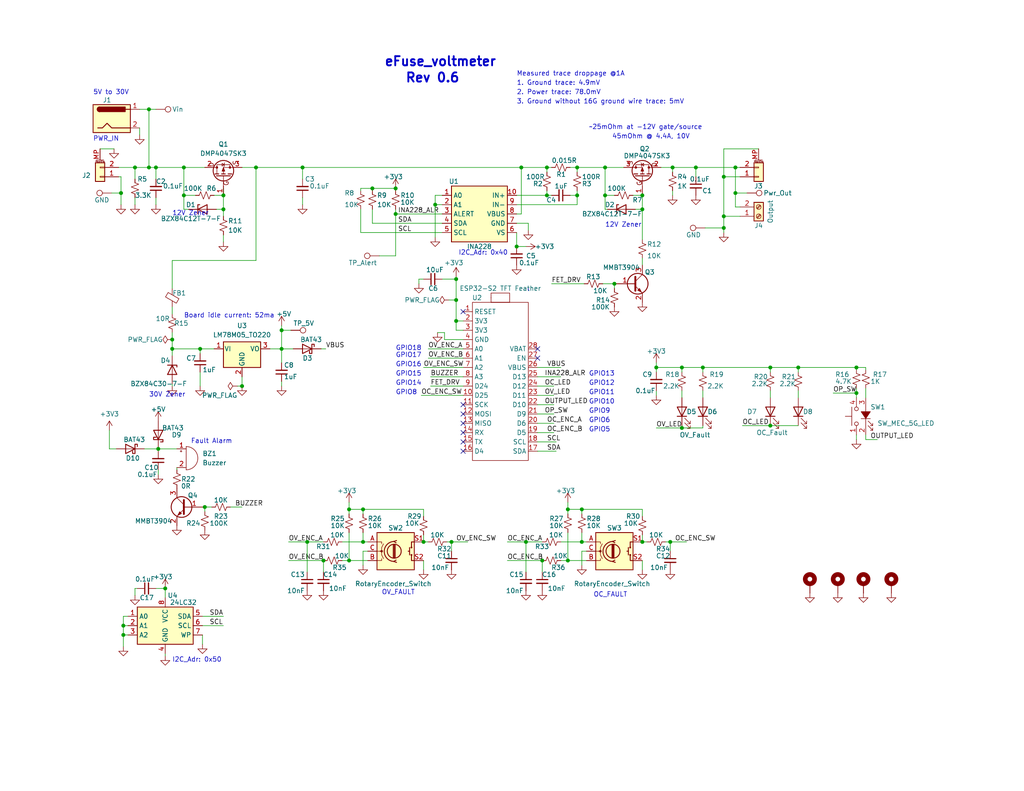
<source format=kicad_sch>
(kicad_sch (version 20230121) (generator eeschema)
  (paper "USLetter")
  (title_block (title "eFuse_voltmeter") (date "2024-01-10") (rev "0.6") (company "Jerry O'Keefe"))
  (junction (at 83.82 147.955))
  (junction (at 33.02 52.705))
  (junction (at 45.085 160.655))
  (junction (at 158.75 147.955))
  (junction (at 165.1 45.72))
  (junction (at 40.64 45.72))
  (junction (at 175.26 57.15))
  (junction (at 33.655 170.815))
  (junction (at 200.66 52.705))
  (junction (at 157.48 53.34))
  (junction (at 149.225 45.72))
  (junction (at 95.25 139.065))
  (junction (at 154.94 153.035))
  (junction (at 115.57 147.955))
  (junction (at 233.68 107.315))
  (junction (at 50.165 53.34))
  (junction (at 197.485 48.26))
  (junction (at 147.955 153.035))
  (junction (at 210.185 100.33))
  (junction (at 101.6 51.435))
  (junction (at 179.07 100.33))
  (junction (at 124.46 76.2))
  (junction (at 175.26 147.955))
  (junction (at 186.055 116.84))
  (junction (at 210.185 116.205))
  (junction (at 217.805 100.33))
  (junction (at 157.48 45.72))
  (junction (at 175.26 53.34))
  (junction (at 46.99 95.25))
  (junction (at 82.55 45.72))
  (junction (at 124.46 81.915))
  (junction (at 123.19 147.955))
  (junction (at 76.835 95.25))
  (junction (at 143.51 147.955))
  (junction (at 149.225 53.34))
  (junction (at 76.835 90.17))
  (junction (at 189.865 45.72))
  (junction (at 46.99 92.71))
  (junction (at 186.055 100.33))
  (junction (at 140.97 67.31))
  (junction (at 197.485 59.055))
  (junction (at 191.77 100.33))
  (junction (at 197.485 62.23))
  (junction (at 154.94 139.065))
  (junction (at 50.165 45.72))
  (junction (at 167.64 77.47))
  (junction (at 165.1 53.34))
  (junction (at 66.04 105.41))
  (junction (at 33.655 173.355))
  (junction (at 36.83 45.72))
  (junction (at 200.66 45.72))
  (junction (at 142.24 45.72))
  (junction (at 182.88 147.955))
  (junction (at 42.545 45.72))
  (junction (at 183.515 45.72))
  (junction (at 158.75 139.065))
  (junction (at 60.96 57.15))
  (junction (at 55.88 138.43))
  (junction (at 69.85 45.72))
  (junction (at 124.46 87.63))
  (junction (at 99.06 147.955))
  (junction (at 88.265 153.035))
  (junction (at 95.25 153.035))
  (junction (at 43.18 122.555))
  (junction (at 107.95 58.42))
  (junction (at 233.68 100.33))
  (junction (at 107.95 51.435))
  (junction (at 118.745 55.88))
  (junction (at 54.61 95.25))
  (junction (at 40.64 29.845))
  (junction (at 60.96 53.34))
  (junction (at 99.06 139.065))
  (no_connect (at 126.365 120.65))
  (no_connect (at 126.365 123.19))
  (no_connect (at 146.685 95.25))
  (no_connect (at 126.365 110.49))
  (no_connect (at 126.365 118.11))
  (no_connect (at 126.365 115.57))
  (no_connect (at 126.365 85.09))
  (no_connect (at 126.365 113.03))
  (no_connect (at 146.685 97.79))
  (wire (pts (xy 124.46 90.17) (xy 124.46 87.63)))
  (wire (pts (xy 179.07 100.33) (xy 186.055 100.33)))
  (wire (pts (xy 124.46 76.2) (xy 124.46 81.915)))
  (wire (pts (xy 95.25 145.415) (xy 95.25 153.035)))
  (wire (pts (xy 165.735 57.15) (xy 165.1 57.15)))
  (wire (pts (xy 36.83 160.655) (xy 36.83 162.56)))
  (wire (pts (xy 73.66 95.25) (xy 76.835 95.25)))
  (wire (pts (xy 182.88 147.955) (xy 187.325 147.955)))
  (wire (pts (xy 55.245 168.275) (xy 60.96 168.275)))
  (wire (pts (xy 120.65 76.2) (xy 124.46 76.2)))
  (wire (pts (xy 138.43 153.035) (xy 147.955 153.035)))
  (wire (pts (xy 233.68 100.33) (xy 233.68 100.965)))
  (wire (pts (xy 140.97 55.88) (xy 157.48 55.88)))
  (wire (pts (xy 175.26 70.485) (xy 175.26 72.39)))
  (wire (pts (xy 82.55 45.72) (xy 142.24 45.72)))
  (wire (pts (xy 123.19 147.955) (xy 127.635 147.955)))
  (wire (pts (xy 42.545 160.655) (xy 45.085 160.655)))
  (wire (pts (xy 39.37 122.555) (xy 43.18 122.555)))
  (wire (pts (xy 140.97 60.96) (xy 144.145 60.96)))
  (wire (pts (xy 27.305 40.64) (xy 31.115 40.64)))
  (wire (pts (xy 46.99 71.12) (xy 46.99 78.74)))
  (wire (pts (xy 32.385 48.26) (xy 33.02 48.26)))
  (wire (pts (xy 115.57 139.065) (xy 115.57 140.97)))
  (wire (pts (xy 155.575 45.72) (xy 157.48 45.72)))
  (wire (pts (xy 186.055 116.84) (xy 179.07 116.84)))
  (wire (pts (xy 36.83 45.72) (xy 36.83 48.895)))
  (polyline (pts (xy 144.145 78.74) (xy 144.145 79.375)))
  (wire (pts (xy 143.51 147.955) (xy 147.955 147.955)))
  (wire (pts (xy 146.685 102.87) (xy 153.035 102.87)))
  (wire (pts (xy 124.46 75.565) (xy 124.46 76.2)))
  (wire (pts (xy 191.77 100.33) (xy 210.185 100.33)))
  (wire (pts (xy 197.485 48.26) (xy 197.485 59.055)))
  (wire (pts (xy 153.035 153.035) (xy 154.94 153.035)))
  (wire (pts (xy 197.485 59.055) (xy 201.93 59.055)))
  (wire (pts (xy 153.035 147.955) (xy 158.75 147.955)))
  (wire (pts (xy 175.26 146.05) (xy 175.26 147.955)))
  (wire (pts (xy 207.01 40.64) (xy 197.485 40.64)))
  (wire (pts (xy 46.99 90.805) (xy 46.99 92.71)))
  (wire (pts (xy 40.64 45.72) (xy 36.83 45.72)))
  (wire (pts (xy 142.24 45.72) (xy 149.225 45.72)))
  (wire (pts (xy 126.365 102.87) (xy 117.475 102.87)))
  (wire (pts (xy 165.1 57.15) (xy 165.1 53.34)))
  (wire (pts (xy 149.225 45.72) (xy 149.225 46.99)))
  (wire (pts (xy 236.22 100.33) (xy 233.68 100.33)))
  (wire (pts (xy 48.26 127.635) (xy 48.26 128.27)))
  (wire (pts (xy 182.88 147.955) (xy 182.88 150.495)))
  (wire (pts (xy 33.655 168.275) (xy 33.655 170.815)))
  (wire (pts (xy 42.545 45.72) (xy 40.64 45.72)))
  (wire (pts (xy 60.96 64.135) (xy 60.96 66.04)))
  (wire (pts (xy 37.465 160.655) (xy 36.83 160.655)))
  (wire (pts (xy 76.835 90.17) (xy 76.835 95.25)))
  (wire (pts (xy 158.75 150.495) (xy 158.75 154.305)))
  (wire (pts (xy 88.265 153.035) (xy 88.265 156.21)))
  (wire (pts (xy 40.64 29.845) (xy 42.545 29.845)))
  (wire (pts (xy 83.82 156.21) (xy 83.82 147.955)))
  (wire (pts (xy 158.75 147.955) (xy 160.02 147.955)))
  (wire (pts (xy 180.34 45.72) (xy 183.515 45.72)))
  (wire (pts (xy 165.1 45.72) (xy 170.18 45.72)))
  (wire (pts (xy 115.57 76.2) (xy 114.3 76.2)))
  (wire (pts (xy 66.04 45.72) (xy 69.85 45.72)))
  (wire (pts (xy 43.18 122.555) (xy 43.18 123.19)))
  (wire (pts (xy 191.77 108.585) (xy 191.77 106.68)))
  (wire (pts (xy 175.26 53.34) (xy 175.26 57.15)))
  (wire (pts (xy 46.99 105.41) (xy 46.99 104.775)))
  (wire (pts (xy 154.94 139.065) (xy 154.94 140.335)))
  (wire (pts (xy 210.185 108.585) (xy 210.185 106.68)))
  (wire (pts (xy 101.6 60.96) (xy 101.6 57.15)))
  (wire (pts (xy 146.685 105.41) (xy 151.13 105.41)))
  (wire (pts (xy 99.06 145.415) (xy 99.06 147.955)))
  (wire (pts (xy 120.65 53.34) (xy 118.745 53.34)))
  (wire (pts (xy 59.055 57.15) (xy 60.96 57.15)))
  (wire (pts (xy 143.51 156.21) (xy 143.51 147.955)))
  (wire (pts (xy 29.845 122.555) (xy 29.845 117.475)))
  (wire (pts (xy 154.94 145.415) (xy 154.94 153.035)))
  (wire (pts (xy 200.66 56.515) (xy 201.93 56.515)))
  (wire (pts (xy 40.64 29.845) (xy 40.64 45.72)))
  (wire (pts (xy 202.565 116.205) (xy 210.185 116.205)))
  (wire (pts (xy 150.495 45.72) (xy 149.225 45.72)))
  (wire (pts (xy 181.61 147.955) (xy 182.88 147.955)))
  (wire (pts (xy 98.425 63.5) (xy 120.65 63.5)))
  (wire (pts (xy 123.19 147.955) (xy 123.19 150.495)))
  (wire (pts (xy 140.97 53.34) (xy 149.225 53.34)))
  (wire (pts (xy 119.38 90.805) (xy 121.285 90.805)))
  (wire (pts (xy 76.835 104.14) (xy 76.835 105.41)))
  (wire (pts (xy 200.66 52.705) (xy 200.66 56.515)))
  (wire (pts (xy 107.95 51.435) (xy 107.95 52.07)))
  (wire (pts (xy 42.545 55.88) (xy 42.545 53.975)))
  (wire (pts (xy 69.85 45.72) (xy 82.55 45.72)))
  (wire (pts (xy 157.48 45.72) (xy 165.1 45.72)))
  (wire (pts (xy 78.74 147.955) (xy 83.82 147.955)))
  (wire (pts (xy 95.25 137.16) (xy 95.25 139.065)))
  (wire (pts (xy 55.88 138.43) (xy 55.88 139.7)))
  (wire (pts (xy 233.68 120.015) (xy 233.68 118.745)))
  (wire (pts (xy 58.42 53.34) (xy 60.96 53.34)))
  (wire (pts (xy 146.685 110.49) (xy 151.13 110.49)))
  (wire (pts (xy 66.04 102.87) (xy 66.04 105.41)))
  (wire (pts (xy 45.085 178.435) (xy 45.085 179.07)))
  (wire (pts (xy 60.96 57.15) (xy 60.96 59.055)))
  (wire (pts (xy 55.88 138.43) (xy 57.785 138.43)))
  (wire (pts (xy 46.99 83.82) (xy 46.99 85.725)))
  (wire (pts (xy 107.95 58.42) (xy 120.65 58.42)))
  (wire (pts (xy 138.43 147.955) (xy 143.51 147.955)))
  (wire (pts (xy 183.515 52.07) (xy 183.515 53.34)))
  (wire (pts (xy 160.02 150.495) (xy 158.75 150.495)))
  (wire (pts (xy 93.345 147.955) (xy 99.06 147.955)))
  (wire (pts (xy 236.22 106.045) (xy 236.22 108.585)))
  (wire (pts (xy 116.84 97.79) (xy 126.365 97.79)))
  (wire (pts (xy 34.925 168.275) (xy 33.655 168.275)))
  (wire (pts (xy 115.57 146.05) (xy 115.57 147.955)))
  (wire (pts (xy 98.425 51.435) (xy 98.425 52.07)))
  (wire (pts (xy 121.285 90.805) (xy 121.285 92.71)))
  (wire (pts (xy 101.6 60.96) (xy 120.65 60.96)))
  (wire (pts (xy 175.26 57.15) (xy 175.26 65.405)))
  (wire (pts (xy 54.61 95.25) (xy 54.61 96.52)))
  (wire (pts (xy 50.165 45.72) (xy 55.88 45.72)))
  (wire (pts (xy 121.92 147.955) (xy 123.19 147.955)))
  (wire (pts (xy 175.26 139.065) (xy 175.26 140.97)))
  (wire (pts (xy 183.515 45.72) (xy 189.865 45.72)))
  (wire (pts (xy 142.24 58.42) (xy 142.24 45.72)))
  (wire (pts (xy 99.06 150.495) (xy 99.06 154.305)))
  (wire (pts (xy 167.64 77.47) (xy 164.465 77.47)))
  (wire (pts (xy 236.22 118.745) (xy 236.22 120.015)))
  (wire (pts (xy 157.48 53.34) (xy 155.575 53.34)))
  (wire (pts (xy 124.46 81.915) (xy 124.46 87.63)))
  (wire (pts (xy 55.245 170.815) (xy 60.96 170.815)))
  (wire (pts (xy 30.48 52.705) (xy 33.02 52.705)))
  (wire (pts (xy 103.505 69.85) (xy 107.95 69.85)))
  (wire (pts (xy 33.655 170.815) (xy 33.655 173.355)))
  (wire (pts (xy 82.55 45.72) (xy 82.55 48.895)))
  (wire (pts (xy 99.06 147.955) (xy 100.33 147.955)))
  (wire (pts (xy 186.055 100.33) (xy 186.055 101.6)))
  (wire (pts (xy 191.77 116.205) (xy 191.77 116.84)))
  (wire (pts (xy 217.805 100.33) (xy 217.805 101.6)))
  (wire (pts (xy 200.66 45.72) (xy 201.93 45.72)))
  (wire (pts (xy 236.22 120.015) (xy 239.395 120.015)))
  (wire (pts (xy 117.475 105.41) (xy 126.365 105.41)))
  (wire (pts (xy 227.33 107.315) (xy 233.68 107.315)))
  (wire (pts (xy 149.225 53.34) (xy 149.225 52.07)))
  (wire (pts (xy 76.835 95.25) (xy 80.01 95.25)))
  (wire (pts (xy 146.685 120.65) (xy 151.765 120.65)))
  (wire (pts (xy 210.185 100.33) (xy 217.805 100.33)))
  (wire (pts (xy 46.99 95.25) (xy 46.99 97.155)))
  (wire (pts (xy 189.865 45.72) (xy 189.865 48.26)))
  (wire (pts (xy 157.48 45.72) (xy 157.48 46.99)))
  (wire (pts (xy 146.685 107.95) (xy 151.13 107.95)))
  (wire (pts (xy 192.405 62.23) (xy 197.485 62.23)))
  (wire (pts (xy 118.745 55.88) (xy 120.65 55.88)))
  (wire (pts (xy 158.75 139.065) (xy 175.26 139.065)))
  (wire (pts (xy 46.99 92.71) (xy 46.99 95.25)))
  (wire (pts (xy 140.97 58.42) (xy 142.24 58.42)))
  (wire (pts (xy 154.94 153.035) (xy 160.02 153.035)))
  (wire (pts (xy 31.75 122.555) (xy 29.845 122.555)))
  (wire (pts (xy 186.055 100.33) (xy 191.77 100.33)))
  (wire (pts (xy 107.95 58.42) (xy 107.95 57.15)))
  (wire (pts (xy 42.545 45.72) (xy 50.165 45.72)))
  (wire (pts (xy 183.515 45.72) (xy 183.515 46.99)))
  (wire (pts (xy 200.66 45.72) (xy 200.66 52.705)))
  (wire (pts (xy 69.85 71.12) (xy 46.99 71.12)))
  (wire (pts (xy 62.865 138.43) (xy 66.04 138.43)))
  (wire (pts (xy 165.1 53.34) (xy 167.64 53.34)))
  (wire (pts (xy 179.07 99.06) (xy 179.07 100.33)))
  (wire (pts (xy 173.355 57.15) (xy 175.26 57.15)))
  (wire (pts (xy 175.26 153.035) (xy 175.26 155.575)))
  (wire (pts (xy 146.685 100.33) (xy 153.035 100.33)))
  (wire (pts (xy 60.96 53.34) (xy 60.96 57.15)))
  (wire (pts (xy 82.55 55.88) (xy 82.55 53.975)))
  (wire (pts (xy 116.84 95.25) (xy 126.365 95.25)))
  (wire (pts (xy 60.96 51.435) (xy 60.96 53.34)))
  (wire (pts (xy 236.22 100.33) (xy 236.22 100.965)))
  (wire (pts (xy 154.94 137.16) (xy 154.94 139.065)))
  (wire (pts (xy 43.18 122.555) (xy 48.26 122.555)))
  (wire (pts (xy 54.61 101.6) (xy 54.61 105.41)))
  (wire (pts (xy 38.1 34.925) (xy 38.1 36.83)))
  (wire (pts (xy 50.165 53.34) (xy 53.34 53.34)))
  (wire (pts (xy 33.02 48.26) (xy 33.02 52.705)))
  (wire (pts (xy 146.685 123.19) (xy 151.765 123.19)))
  (wire (pts (xy 107.95 58.42) (xy 107.95 69.85)))
  (wire (pts (xy 99.06 140.335) (xy 99.06 139.065)))
  (wire (pts (xy 51.435 57.15) (xy 50.165 57.15)))
  (wire (pts (xy 122.555 81.915) (xy 124.46 81.915)))
  (wire (pts (xy 87.63 95.25) (xy 88.9 95.25)))
  (wire (pts (xy 197.485 40.64) (xy 197.485 48.26)))
  (wire (pts (xy 50.165 57.15) (xy 50.165 53.34)))
  (wire (pts (xy 95.25 153.035) (xy 100.33 153.035)))
  (wire (pts (xy 121.285 92.71) (xy 126.365 92.71)))
  (wire (pts (xy 33.02 52.705) (xy 33.02 55.88)))
  (wire (pts (xy 179.07 106.68) (xy 179.07 107.95)))
  (wire (pts (xy 175.26 147.955) (xy 176.53 147.955)))
  (wire (pts (xy 76.835 90.17) (xy 79.375 90.17)))
  (wire (pts (xy 217.805 100.33) (xy 233.68 100.33)))
  (wire (pts (xy 165.1 45.72) (xy 165.1 53.34)))
  (wire (pts (xy 210.185 100.33) (xy 210.185 101.6)))
  (wire (pts (xy 197.485 62.23) (xy 197.485 63.5)))
  (wire (pts (xy 33.655 170.815) (xy 34.925 170.815)))
  (wire (pts (xy 40.64 29.845) (xy 38.1 29.845)))
  (wire (pts (xy 172.72 53.34) (xy 175.26 53.34)))
  (wire (pts (xy 146.685 118.11) (xy 151.13 118.11)))
  (wire (pts (xy 118.745 55.88) (xy 118.745 64.77)))
  (wire (pts (xy 64.77 105.41) (xy 66.04 105.41)))
  (wire (pts (xy 115.57 153.035) (xy 115.57 155.575)))
  (wire (pts (xy 167.64 77.47) (xy 167.64 78.74)))
  (wire (pts (xy 45.085 160.655) (xy 45.085 163.195)))
  (wire (pts (xy 69.85 45.72) (xy 69.85 71.12)))
  (wire (pts (xy 157.48 55.88) (xy 157.48 53.34)))
  (wire (pts (xy 157.48 52.07) (xy 157.48 53.34)))
  (wire (pts (xy 158.75 140.335) (xy 158.75 139.065)))
  (wire (pts (xy 197.485 59.055) (xy 197.485 62.23)))
  (wire (pts (xy 126.365 90.17) (xy 124.46 90.17)))
  (wire (pts (xy 186.055 108.585) (xy 186.055 106.68)))
  (wire (pts (xy 101.6 52.07) (xy 101.6 51.435)))
  (wire (pts (xy 115.57 147.955) (xy 116.84 147.955)))
  (wire (pts (xy 99.06 139.065) (xy 95.25 139.065)))
  (wire (pts (xy 150.495 77.47) (xy 159.385 77.47)))
  (wire (pts (xy 158.75 139.065) (xy 154.94 139.065)))
  (wire (pts (xy 114.3 76.2) (xy 114.3 77.47)))
  (wire (pts (xy 98.425 57.15) (xy 98.425 63.5)))
  (wire (pts (xy 147.955 153.035) (xy 147.955 156.21)))
  (wire (pts (xy 150.495 53.34) (xy 149.225 53.34)))
  (wire (pts (xy 78.74 153.035) (xy 88.265 153.035)))
  (wire (pts (xy 124.46 87.63) (xy 126.365 87.63)))
  (wire (pts (xy 140.97 67.31) (xy 143.51 67.31)))
  (wire (pts (xy 210.185 116.205) (xy 217.805 116.205)))
  (wire (pts (xy 54.61 95.25) (xy 58.42 95.25)))
  (wire (pts (xy 144.145 60.96) (xy 144.145 62.865)))
  (wire (pts (xy 83.82 147.955) (xy 88.265 147.955)))
  (wire (pts (xy 99.06 139.065) (xy 115.57 139.065)))
  (wire (pts (xy 55.245 173.355) (xy 55.245 175.895)))
  (wire (pts (xy 191.77 100.33) (xy 191.77 101.6)))
  (wire (pts (xy 101.6 51.435) (xy 98.425 51.435)))
  (wire (pts (xy 43.18 129.54) (xy 43.18 128.27)))
  (wire (pts (xy 118.745 53.34) (xy 118.745 55.88)))
  (wire (pts (xy 189.865 45.72) (xy 200.66 45.72)))
  (wire (pts (xy 76.835 88.9) (xy 76.835 90.17)))
  (wire (pts (xy 186.055 116.205) (xy 186.055 116.84)))
  (wire (pts (xy 114.935 107.95) (xy 126.365 107.95)))
  (wire (pts (xy 217.805 108.585) (xy 217.805 106.68)))
  (wire (pts (xy 42.545 45.72) (xy 42.545 48.895)))
  (wire (pts (xy 233.68 106.045) (xy 233.68 107.315)))
  (wire (pts (xy 36.83 53.975) (xy 36.83 55.88)))
  (wire (pts (xy 158.75 145.415) (xy 158.75 147.955)))
  (wire (pts (xy 100.33 150.495) (xy 99.06 150.495)))
  (wire (pts (xy 146.685 113.03) (xy 151.13 113.03)))
  (wire (pts (xy 33.655 173.355) (xy 34.925 173.355)))
  (wire (pts (xy 197.485 48.26) (xy 201.93 48.26)))
  (wire (pts (xy 33.655 173.355) (xy 33.655 176.53)))
  (wire (pts (xy 146.685 115.57) (xy 151.13 115.57)))
  (wire (pts (xy 32.385 45.72) (xy 36.83 45.72)))
  (wire (pts (xy 140.97 63.5) (xy 140.97 67.31)))
  (wire (pts (xy 76.835 95.25) (xy 76.835 99.06)))
  (wire (pts (xy 50.165 45.72) (xy 50.165 53.34)))
  (wire (pts (xy 115.57 100.33) (xy 126.365 100.33)))
  (wire (pts (xy 179.07 100.33) (xy 179.07 101.6)))
  (wire (pts (xy 200.66 52.705) (xy 203.835 52.705)))
  (wire (pts (xy 46.99 95.25) (xy 54.61 95.25)))
  (wire (pts (xy 186.055 116.84) (xy 191.77 116.84)))
  (wire (pts (xy 233.68 107.315) (xy 233.68 108.585)))
  (wire (pts (xy 95.25 139.065) (xy 95.25 140.335)))
  (wire (pts (xy 93.345 153.035) (xy 95.25 153.035)))
  (wire (pts (xy 101.6 51.435) (xy 107.95 51.435)))
  (text "Board idle current: 52ma" (at 50.165 86.995 0) (effects (font (size 1.27 1.27)) (justify left bottom)))
  (text "1. Ground trace: 4.9mV" (at 140.97 23.495 0) (effects (font (size 1.27 1.27)) (justify left bottom)))
  (text "I2C_Adr: 0x40" (at 125.095 69.85 0) (effects (font (size 1.27 1.27)) (justify left bottom)))
  (text "GPIO16" (at 107.95 100.33 0) (effects (font (size 1.27 1.27)) (justify left bottom)))
  (text "GPIO9" (at 160.655 113.03 0) (effects (font (size 1.27 1.27)) (justify left bottom)))
  (text "2. Power trace: 78.0mV" (at 140.97 26.035 0) (effects (font (size 1.27 1.27)) (justify left bottom)))
  (text "GPIO14" (at 107.95 105.41 0) (effects (font (size 1.27 1.27)) (justify left bottom)))
  (text "GPIO13" (at 160.655 102.87 0) (effects (font (size 1.27 1.27)) (justify left bottom)))
  (text "GPIO10" (at 160.655 110.49 0) (effects (font (size 1.27 1.27)) (justify left bottom)))
  (text "GPIO15" (at 107.95 102.87 0) (effects (font (size 1.27 1.27)) (justify left bottom)))
  (text "GPIO6" (at 160.655 115.57 0) (effects (font (size 1.27 1.27)) (justify left bottom)))
  (text "~25mOhm at -12V gate/source" (at 160.655 35.56 0) (effects (font (size 1.27 1.27)) (justify left bottom)))
  (text "PWR_IN" (at 25.4 38.735 0) (effects (font (size 1.27 1.27)) (justify left bottom)))
  (text "eFuse_voltmeter" (at 104.775 18.415 0) (effects (font (size 2.5 2.5) (thickness 0.5) bold) (justify left bottom)))
  (text "GPIO11" (at 160.655 107.95 0) (effects (font (size 1.27 1.27)) (justify left bottom)))
  (text "Rev 0.6" (at 110.49 22.86 0) (effects (font (size 2.5 2.5) bold) (justify left bottom)))
  (text "GPIO17" (at 107.95 97.79 0) (effects (font (size 1.27 1.27)) (justify left bottom)))
  (text "Measured trace droppage @1A" (at 140.97 20.955 0) (effects (font (size 1.27 1.27)) (justify left bottom)))
  (text "5V to 30V" (at 25.4 26.035 0) (effects (font (size 1.27 1.27)) (justify left bottom)))
  (text "GPIO8" (at 107.95 107.95 0) (effects (font (size 1.27 1.27)) (justify left bottom)))
  (text "45mOhm @ 4.4A, 10V" (at 167.005 38.1 0) (effects (font (size 1.27 1.27)) (justify left bottom)))
  (text "12V Zener" (at 165.1 62.23 0) (effects (font (size 1.27 1.27)) (justify left bottom)))
  (text "OV_FAULT" (at 104.14 162.56 0) (effects (font (size 1.27 1.27)) (justify left bottom)))
  (text "GPIO12" (at 160.655 105.41 0) (effects (font (size 1.27 1.27)) (justify left bottom)))
  (text "Fault Alarm" (at 52.07 121.285 0) (effects (font (size 1.27 1.27)) (justify left bottom)))
  (text "I2C_Adr: 0x50" (at 46.99 180.975 0) (effects (font (size 1.27 1.27)) (justify left bottom)))
  (text "GPIO5" (at 160.655 118.11 0) (effects (font (size 1.27 1.27)) (justify left bottom)))
  (text "3. Ground without 16G ground wire trace: 5mV" (at 140.97 28.575 0) (effects (font (size 1.27 1.27)) (justify left bottom)))
  (text "12V Zener" (at 46.99 59.055 0) (effects (font (size 1.27 1.27)) (justify left bottom)))
  (text "GPIO18" (at 107.95 95.885 0) (effects (font (size 1.27 1.27)) (justify left bottom)))
  (text "30V Zener" (at 40.64 108.585 0) (effects (font (size 1.27 1.27)) (justify left bottom)))
  (text "OC_FAULT" (at 161.925 163.195 0) (effects (font (size 1.27 1.27)) (justify left bottom)))
  (label "FET_DRV" (at 117.475 105.41 0))
  (label "SDA" (at 149.225 123.19 0))
  (label "OV_ENC_A" (at 78.74 147.955 0))
  (label "OV_ENC_SW" (at 115.57 100.33 0))
  (label "INA228_ALR" (at 108.585 58.42 0))
  (label "OV_ENC_SW" (at 124.46 147.955 0))
  (label "OC_ENC_A" (at 149.225 115.57 0))
  (label "SDA" (at 57.15 168.275 0))
  (label "OC_ENC_SW" (at 114.935 107.95 0))
  (label "OUTPUT_LED" (at 237.49 120.015 0))
  (label "INA228_ALR" (at 148.59 102.87 0))
  (label "BUZZER" (at 64.135 138.43 0))
  (label "SCL" (at 57.15 170.815 0))
  (label "OP_SW" (at 227.33 107.315 0))
  (label "VBUS" (at 149.225 100.33 0))
  (label "OC_LED" (at 202.565 116.205 0))
  (label "SCL" (at 108.585 63.5 0))
  (label "OC_LED" (at 148.59 105.41 0))
  (label "VBUS" (at 88.9 95.25 0))
  (label "SDA" (at 108.585 60.96 0))
  (label "OC_ENC_B" (at 138.43 153.035 0))
  (label "OV_ENC_B" (at 116.84 97.79 0))
  (label "OP_SW" (at 148.59 113.03 0))
  (label "SCL" (at 149.225 120.65 0))
  (label "OC_ENC_SW" (at 184.15 147.955 0))
  (label "OUTPUT_LED" (at 148.59 110.49 0))
  (label "OC_ENC_A" (at 138.43 147.955 0))
  (label "OV_ENC_B" (at 78.74 153.035 0))
  (label "OC_ENC_B" (at 149.225 118.11 0))
  (label "OV_LED" (at 148.59 107.95 0))
  (label "BUZZER" (at 117.475 102.87 0))
  (label "FET_DRV" (at 150.495 77.47 0))
  (label "OV_LED" (at 179.07 116.84 0))
  (label "OV_ENC_A" (at 116.84 95.25 0))
  (symbol (lib_id "Device:R_Small_US") (at 46.99 88.265 180) (unit 1)
    (property "Reference" "R15" (at 51.435 88.265 0) (effects (justify left)))
    (property "Value" "10R" (at 46.355 86.995 0) (effects (justify left)))
    (property "Footprint" "Resistor_SMD:R_1206_3216Metric_Pad1.30x1.75mm_HandSolder" (effects hide))
    (property "Description" " RES 100R OHM %1 1/10W 1206 SMD" (effects hide))
  )
  (symbol (lib_id "Diode:BZX84Cxx") (at 169.545 57.15 0) (unit 1)
    (property "Reference" "D2" (at 166.37 55.88 0))
    (property "Value" "BZX84C12T-7-F" (at 167.005 58.42 0))
    (property "Footprint" "Package_TO_SOT_SMD:SOT-23" (effects hide))
    (property "Datasheet" "https://www.diodes.com/assets/Datasheets/ds18001.pdf" (effects hide))
    (property "Vendor" "Digikey" (effects hide))
    (property "Vendor #" "BZX84C12T-7-FDICT-ND " (effects hide))
  )
  (symbol (lib_id "power:GND") (at 175.26 82.55 0) (unit 1)
    (property "Reference" "#PWR019" (effects hide))
    (property "Value" "GND" (effects hide))
  )
  (symbol (lib_id "power:GND") (at 167.64 83.82 0) (unit 1)
    (property "Reference" "#PWR020" (effects hide))
    (property "Value" "GND" (effects hide))
  )
  (symbol (lib_id "power:GND") (at 83.82 161.29 0) (unit 1)
    (property "Reference" "#PWR043" (effects hide))
    (property "Value" "GND" (effects hide))
  )
  (symbol (lib_id "power:GND") (at 114.3 77.47 0) (unit 1)
    (property "Reference" "#PWR017" (effects hide))
    (property "Value" "GND" (effects hide))
  )
  (symbol (lib_id "power:GND") (at 228.6 161.925 0) (unit 1)
    (property "Reference" "#PWR048" (effects hide))
    (property "Value" "GND" (effects hide))
  )
  (symbol (lib_id "Device:C_Small") (at 83.82 158.75 0) (unit 1)
    (property "Reference" "C13" (at 83.185 156.845 0) (effects (justify right)))
    (property "Value" "10nF" (at 83.185 161.29 0) (effects (justify right)))
    (property "Footprint" "Capacitor_SMD:C_0603_1608Metric_Pad1.08x0.95mm_HandSolder" (effects hide))
    (property "Description" "CAP CER, 0.1uF, 25V, X7R, 1206" (effects hide))
    (property "Vendor" "Digikey" (effects hide))
    (property "Vendor #" "1276-1017-1-ND" (effects hide))
  )
  (symbol (lib_id "power:GND") (at 42.545 55.88 0) (unit 1)
    (property "Reference" "#PWR08" (effects hide))
    (property "Value" "GND" (effects hide))
  )
  (symbol (lib_id "Device:C_Small") (at 88.265 158.75 0) (unit 1)
    (property "Reference" "C14" (at 92.075 156.845 0) (effects (justify right)))
    (property "Value" "10nF" (at 94.615 160.655 0) (effects (justify right)))
    (property "Footprint" "Capacitor_SMD:C_0603_1608Metric_Pad1.08x0.95mm_HandSolder" (effects hide))
    (property "Description" "CAP CER, 0.1uF, 25V, X7R, 1206" (effects hide))
    (property "Vendor" "Digikey" (effects hide))
    (property "Vendor #" "1276-1017-1-ND" (effects hide))
  )
  (symbol (lib_id "Device:R_Small_US") (at 170.18 53.34 90) (unit 1)
    (property "Reference" "R7" (at 175.26 54.61 90) (effects (justify left)))
    (property "Value" "100K" (at 170.815 51.435 90) (effects (justify left)))
    (property "Footprint" "Resistor_SMD:R_0603_1608Metric_Pad0.98x0.95mm_HandSolder" (effects hide))
    (property "Description" " RES 10K OHM %1 1/10W 1206 SMD" (effects hide))
  )
  (symbol (lib_id "jerrys_Library:DMP4047SK3") (at 60.96 48.26 90) (unit 1)
    (property "Reference" "Q1" (at 60.96 39.37 90))
    (property "Value" "DMP4047SK3" (at 60.96 41.91 90))
    (property "Footprint" "Package_TO_SOT_SMD:TO-252-2" (effects hide))
    (property "Datasheet" "https://www.diodes.com/assets/Datasheets/DMP4047SK3.pdf" (effects hide))
    (property "Vendor" "Digikey" (effects hide))
    (property "Vendors #" "DMP4047SK3-13DICT-ND " (effects hide))
  )
  (symbol (lib_id "Device:R_Small_US") (at 101.6 54.61 0) (unit 1)
    (property "Reference" "R9" (at 102.87 53.34 0) (effects (justify left)))
    (property "Value" "10K" (at 102.87 55.88 0) (effects (justify left)))
    (property "Footprint" "Resistor_SMD:R_0603_1608Metric_Pad0.98x0.95mm_HandSolder" (effects hide))
    (property "Description" " RES 10K OHM %1 1/10W 1206 SMD" (effects hide))
  )
  (symbol (lib_id "Connector:Screw_Terminal_01x02") (at 207.01 59.055 0) (mirror x) (unit 1) (in_bom no)
    (property "Reference" "J4" (at 207.01 61.595 0))
    (property "Value" "Output" (at 210.185 57.785 90))
    (property "Footprint" "TerminalBlock:TerminalBlock_bornier-2_P5.08mm" (effects hide))
    (property "Datasheet" "https://www.on-shore.com/wp-content/uploads/OSTYCXX2150.pdf" (effects hide))
    (property "Description" "TERM BLK 2P SIDE ENT 5.08MM PCB" (effects hide))
    (property "Vendor" "Digikey" (effects hide))
    (property "Vendor Part #" "ED2902-ND" (effects hide))
  )
  (symbol (lib_id "Device:RotaryEncoder_Switch") (at 167.64 150.495 0) (unit 1)
    (property "Reference" "SW3" (at 167.64 144.145 0))
    (property "Value" "RotaryEncoder_Switch" (at 167.005 159.385 0))
    (property "Footprint" "Rotary_Encoder:RotaryEncoder_Bourns_Vertical_PEC12R-3x17F-Sxxxx" (effects hide))
  )
  (symbol (lib_id "Mechanical:MountingHole_Pad") (at 235.585 159.385 0) (unit 1) (in_bom no)
    (property "Reference" "H3" (effects hide))
    (property "Value" "MountingHole_Pad" (effects hide))
    (property "Footprint" "MountingHole:MountingHole_2.7mm_M2.5_ISO14580_Pad" (effects hide))
  )
  (symbol (lib_id "Device:R_Small_US") (at 179.07 147.955 90) (unit 1)
    (property "Reference" "R34" (at 182.88 149.86 90) (effects (justify left)))
    (property "Value" "10K" (at 180.975 146.05 90) (effects (justify left)))
    (property "Footprint" "Resistor_SMD:R_0603_1608Metric_Pad0.98x0.95mm_HandSolder" (effects hide))
    (property "Description" " RES 10K OHM %1 1/10W 1206 SMD" (effects hide))
  )
  (symbol (lib_id "Connector:TestPoint") (at 42.545 29.845 270) (unit 1) (in_bom no)
    (property "Reference" "Vin1" (effects hide))
    (property "Value" "Vin" (at 46.99 29.845 90) (effects (justify left)))
    (property "Footprint" "TestPoint:TestPoint_THTPad_D2.0mm_Drill1.0mm" (effects hide))
  )
  (symbol (lib_id "Diode:BZX84Cxx") (at 55.245 57.15 0) (unit 1)
    (property "Reference" "D1" (at 52.07 55.88 0))
    (property "Value" "BZX84C12T-7-F" (at 52.07 59.69 0))
    (property "Footprint" "Package_TO_SOT_SMD:SOT-23" (effects hide))
    (property "Datasheet" "https://www.diodes.com/assets/Datasheets/ds18001.pdf" (effects hide))
    (property "Vendor" "Digikey" (effects hide))
    (property "Vendor #" "BZX84C12T-7-FDICT-ND " (effects hide))
  )
  (symbol (lib_id "power:GND") (at 60.96 66.04 0) (unit 1)
    (property "Reference" "#PWR013" (effects hide))
    (property "Value" "GND" (effects hide))
  )
  (symbol (lib_id "Device:C_Small") (at 123.19 153.035 0) (unit 1)
    (property "Reference" "C11" (at 123.19 151.765 0) (effects (justify right)))
    (property "Value" "10nF" (at 122.555 154.94 0) (effects (justify right)))
    (property "Footprint" "Capacitor_SMD:C_0603_1608Metric_Pad1.08x0.95mm_HandSolder" (effects hide))
    (property "Description" "CAP CER, 0.1uF, 25V, X7R, 1206" (effects hide))
    (property "Vendor" "Digikey" (effects hide))
    (property "Vendor #" "1276-1017-1-ND" (effects hide))
  )
  (symbol (lib_id "power:GND") (at 76.835 105.41 0) (unit 1)
    (property "Reference" "#PWR026" (effects hide))
    (property "Value" "GND" (effects hide))
  )
  (symbol (lib_id "Device:R_Small_US") (at 183.515 49.53 0) (unit 1)
    (property "Reference" "R4" (at 184.785 48.26 0) (effects (justify left)))
    (property "Value" "1K" (at 184.785 50.8 0) (effects (justify left)))
    (property "Footprint" "Resistor_SMD:R_0603_1608Metric_Pad0.98x0.95mm_HandSolder" (effects hide))
    (property "Description" " RES 10K OHM %1 1/10W 1206 SMD" (effects hide))
  )
  (symbol (lib_id "power:+3V3") (at 179.07 99.06 0) (unit 1)
    (property "Reference" "#PWR022" (effects hide))
    (property "Value" "+3V3" (at 179.07 95.885 0))
  )
  (symbol (lib_id "Device:R_Small_US") (at 119.38 147.955 90) (unit 1)
    (property "Reference" "R32" (at 123.19 149.86 90) (effects (justify left)))
    (property "Value" "10K" (at 121.285 146.05 90) (effects (justify left)))
    (property "Footprint" "Resistor_SMD:R_0603_1608Metric_Pad0.98x0.95mm_HandSolder" (effects hide))
    (property "Description" " RES 10K OHM %1 1/10W 1206 SMD" (effects hide))
  )
  (symbol (lib_id "power:GND") (at 36.83 162.56 0) (unit 1)
    (property "Reference" "#PWR051" (effects hide))
    (property "Value" "GND" (effects hide))
  )
  (symbol (lib_id "Device:C_Small") (at 40.005 160.655 90) (unit 1)
    (property "Reference" "C17" (at 38.1 163.195 90) (effects (justify right)))
    (property "Value" "0.1uF" (at 36.83 158.115 90) (effects (justify right)))
    (property "Footprint" "Capacitor_SMD:C_0603_1608Metric_Pad1.08x0.95mm_HandSolder" (effects hide))
    (property "Description" "CAP CER, 0.1uF, 25V, X7R, 1206" (effects hide))
    (property "Vendor" "Digikey" (effects hide))
    (property "Vendor #" "1276-1017-1-ND" (effects hide))
  )
  (symbol (lib_id "power:GND") (at 182.88 155.575 0) (unit 1)
    (property "Reference" "#PWR041" (effects hide))
    (property "Value" "GND" (effects hide))
  )
  (symbol (lib_id "Device:LED") (at 191.77 112.395 90) (unit 1)
    (property "Reference" "D6" (at 193.04 112.395 90) (effects (justify right)))
    (property "Value" "OV_Fault" (effects hide))
    (property "Footprint" "LED_SMD:LED_1206_3216Metric_Pad1.42x1.75mm_HandSolder" (effects hide))
    (property "Datasheet" "https://sunledusa.com/products/spec/XZM2CRK55W-3.pdf" (effects hide))
    (property "Description" "LED RED CLEAR SMD  1206 " (effects hide))
    (property "Vendor" "Digikey" (effects hide))
    (property "Vendor Part #" "1497-XZM2CRK55W-3RTCT-ND" (effects hide))
  )
  (symbol (lib_id "power:+3V3") (at 107.95 51.435 0) (unit 1)
    (property "Reference" "#PWR03" (effects hide))
    (property "Value" "+3V3" (at 107.315 48.26 0))
  )
  (symbol (lib_id "power:GND") (at 183.515 53.34 0) (unit 1)
    (property "Reference" "#PWR04" (effects hide))
    (property "Value" "GND" (effects hide))
  )
  (symbol (lib_id "power:+3V3") (at 124.46 75.565 0) (unit 1)
    (property "Reference" "#PWR016" (effects hide))
    (property "Value" "+3V3" (at 123.825 71.755 0))
  )
  (symbol (lib_id "Device:R_Small_US") (at 149.225 49.53 0) (unit 1)
    (property "Reference" "R2" (at 145.415 50.165 0) (effects (justify left)))
    (property "Value" "100R" (at 143.51 48.26 0) (effects (justify left)))
    (property "Footprint" "Resistor_SMD:R_0603_1608Metric_Pad0.98x0.95mm_HandSolder" (effects hide))
    (property "Description" " RES 1R OHM %1 1/10W 1206 SMD" (effects hide))
  )
  (symbol (lib_id "Diode:BAT43") (at 83.82 95.25 0) (mirror y) (unit 1)
    (property "Reference" "D3" (at 82.55 97.79 0) (effects (justify right)))
    (property "Value" "BAT43" (at 81.915 92.71 0) (effects (justify right)))
    (property "Footprint" "Diode_SMD:D_SOD-123" (effects hide))
    (property "Datasheet" "http://www.vishay.com/docs/85660/bat42.pdf" (effects hide))
    (property "Vendor" "Digikey" (effects hide))
    (property "Vendor #" "3757-BAT43W_R1_00001CT-ND" (effects hide))
  )
  (symbol (lib_id "Diode:BAT43") (at 35.56 122.555 0) (mirror y) (unit 1)
    (property "Reference" "D10" (at 34.29 125.095 0) (effects (justify right)))
    (property "Value" "BAT43" (at 33.655 120.015 0) (effects (justify right)))
    (property "Footprint" "Diode_SMD:D_SOD-123" (effects hide))
    (property "Datasheet" "http://www.vishay.com/docs/85660/bat42.pdf" (effects hide))
    (property "Vendor" "Digikey" (effects hide))
    (property "Vendor #" "3757-BAT43W_R1_00001CT-ND" (effects hide))
  )
  (symbol (lib_id "Connector:TestPoint") (at 203.835 52.705 270) (unit 1) (in_bom no)
    (property "Reference" "PWR_OUT1" (effects hide))
    (property "Value" "Pwr_Out" (at 208.28 52.705 90) (effects (justify left)))
    (property "Footprint" "TestPoint:TestPoint_THTPad_D2.0mm_Drill1.0mm" (effects hide))
  )
  (symbol (lib_id "Device:C_Small") (at 140.97 69.85 180) (unit 1)
    (property "Reference" "C5" (at 143.51 69.85 0) (effects (justify right)))
    (property "Value" "0.1uF" (at 141.605 71.755 0) (effects (justify right)))
    (property "Footprint" "Capacitor_SMD:C_0603_1608Metric_Pad1.08x0.95mm_HandSolder" (effects hide))
    (property "Description" "CAP CER, 0.1uF, 25V, X7R, 1206" (effects hide))
    (property "Vendor" "Digikey" (effects hide))
    (property "Vendor #" "1276-1017-1-ND" (effects hide))
  )
  (symbol (lib_id "power:+3V3") (at 95.25 137.16 0) (unit 1)
    (property "Reference" "#PWR032" (effects hide))
    (property "Value" "+3V3" (at 94.615 133.985 0))
  )
  (symbol (lib_id "Switch:SW_MEC_5G_LED") (at 236.22 113.665 90) (unit 1)
    (property "Reference" "SW1" (at 237.49 111.125 90) (effects (justify right)))
    (property "Value" "SW_MEC_5G_LED" (at 239.395 115.57 90) (effects (justify right)))
    (property "Footprint" "jerrys_Library:SW_PUSH_LED_6mm" (effects hide))
    (property "Datasheet" "http://www.apem.com/int/index.php?controller=attachment&id_attachment=488" (effects hide))
  )
  (symbol (lib_id "power:GND") (at 55.88 144.78 0) (unit 1)
    (property "Reference" "#PWR035" (effects hide))
    (property "Value" "GND" (effects hide))
  )
  (symbol (lib_id "power:GND") (at 88.265 161.29 0) (unit 1)
    (property "Reference" "#PWR044" (effects hide))
    (property "Value" "GND" (effects hide))
  )
  (symbol (lib_id "power:GND") (at 31.115 40.64 0) (unit 1)
    (property "Reference" "#PWR02" (effects hide))
    (property "Value" "GND" (effects hide))
  )
  (symbol (lib_id "Device:C_Small") (at 153.035 53.34 270) (unit 1)
    (property "Reference" "C4" (at 151.765 54.61 90) (effects (justify right)))
    (property "Value" "1uF" (at 154.94 50.8 90) (effects (justify right)))
    (property "Footprint" "Capacitor_SMD:C_0603_1608Metric_Pad1.08x0.95mm_HandSolder" (effects hide))
    (property "Description" "CAP CER, 0.1uF, 25V, X7R, 0603" (effects hide))
    (property "Vendor" "Digiley" (effects hide))
    (property "Vendor #" "1276-1017-1-ND" (effects hide))
  )
  (symbol (lib_id "power:GND") (at 115.57 155.575 0) (unit 1)
    (property "Reference" "#PWR038" (effects hide))
    (property "Value" "GND" (effects hide))
  )
  (symbol (lib_id "Device:R_Small_US") (at 55.88 142.24 0) (unit 1)
    (property "Reference" "R24" (at 50.8 142.875 0) (effects (justify left)))
    (property "Value" "100K" (at 57.15 142.875 0) (effects (justify left)))
    (property "Footprint" "Resistor_SMD:R_0603_1608Metric_Pad0.98x0.95mm_HandSolder" (effects hide))
    (property "Description" " RES 100K OHM %1 1/10W 1206 SMD" (effects hide))
  )
  (symbol (lib_id "power:GND") (at 48.26 143.51 0) (unit 1)
    (property "Reference" "#PWR034" (effects hide))
    (property "Value" "GND" (effects hide))
  )
  (symbol (lib_id "power:+5V") (at 76.835 88.9 0) (mirror y) (unit 1)
    (property "Reference" "#PWR018" (effects hide))
    (property "Value" "+5V" (at 77.47 85.725 0))
  )
  (symbol (lib_id "Device:R_Small_US") (at 90.805 153.035 90) (unit 1)
    (property "Reference" "R35" (at 94.615 154.94 90) (effects (justify left)))
    (property "Value" "10K" (at 95.25 151.765 90) (effects (justify left)))
    (property "Footprint" "Resistor_SMD:R_0603_1608Metric_Pad0.98x0.95mm_HandSolder" (effects hide))
    (property "Description" " RES 10K OHM %1 1/10W 1206 SMD" (effects hide))
  )
  (symbol (lib_id "Device:R_Small_US") (at 48.26 130.81 180) (unit 1)
    (property "Reference" "R22" (at 53.34 130.81 0) (effects (justify left)))
    (property "Value" "0R" (at 52.07 132.715 0) (effects (justify left)))
    (property "Footprint" "Resistor_SMD:R_0603_1608Metric_Pad0.98x0.95mm_HandSolder" (effects hide))
    (property "Description" " RES 10K OHM %1 1/10W 1206 SMD" (effects hide))
  )
  (symbol (lib_id "power:GND") (at 175.26 155.575 0) (unit 1)
    (property "Reference" "#PWR040" (effects hide))
    (property "Value" "GND" (effects hide))
  )
  (symbol (lib_id "Device:R_Small_US") (at 60.325 138.43 90) (unit 1)
    (property "Reference" "R23" (at 62.23 140.97 90) (effects (justify left)))
    (property "Value" "10K" (at 62.23 136.525 90) (effects (justify left)))
    (property "Footprint" "Resistor_SMD:R_0603_1608Metric_Pad0.98x0.95mm_HandSolder" (effects hide))
    (property "Description" " RES 10K OHM %1 1/10W 1206 SMD" (effects hide))
  )
  (symbol (lib_id "Connector_Generic_MountingPin:Conn_01x02_MountingPin") (at 27.305 48.26 180) (unit 1)
    (property "Reference" "J2" (at 24.765 47.9044 0) (effects (justify left)))
    (property "Value" "Conn_01x02_MountingPin" (effects hide))
    (property "Footprint" "jerrys_Library:Amass_XT60PW-M" (effects hide))
  )
  (symbol (lib_id "Device:R_Small_US") (at 175.26 67.945 0) (unit 1)
    (property "Reference" "R12" (at 176.53 66.675 0) (effects (justify left)))
    (property "Value" "10K" (at 176.53 69.85 0) (effects (justify left)))
    (property "Footprint" "Resistor_SMD:R_0603_1608Metric_Pad0.98x0.95mm_HandSolder" (effects hide))
    (property "Description" " RES 10K OHM %1 1/10W 0603 SMD" (effects hide))
  )
  (symbol (lib_id "Device:R_Small_US") (at 157.48 49.53 0) (unit 1)
    (property "Reference" "R3" (at 158.75 50.165 0) (effects (justify left)))
    (property "Value" "100R" (at 158.75 48.26 0) (effects (justify left)))
    (property "Footprint" "Resistor_SMD:R_0603_1608Metric_Pad0.98x0.95mm_HandSolder" (effects hide))
    (property "Description" " RES 1R OHM %1 1/10W 1206 SMD" (effects hide))
  )
  (symbol (lib_id "power:+5V") (at 43.18 114.935 0) (unit 1)
    (property "Reference" "#PWR028" (effects hide))
    (property "Value" "+5V" (at 43.18 111.76 0))
  )
  (symbol (lib_id "power:GND") (at 54.61 105.41 0) (unit 1)
    (property "Reference" "#PWR024" (effects hide))
    (property "Value" "GND" (effects hide))
  )
  (symbol (lib_id "Connector_Generic_MountingPin:Conn_01x02_MountingPin") (at 207.01 48.26 0) (mirror x) (unit 1)
    (property "Reference" "J3" (at 205.74 50.8 0) (effects (justify left)))
    (property "Value" "Conn_01x02_MountingPin" (effects hide))
    (property "Footprint" "jerrys_Library:Amass_XT60PW-M" (effects hide))
  )
  (symbol (lib_id "Device:Buzzer") (at 50.8 125.095 0) (unit 1)
    (property "Reference" "BZ1" (at 55.245 123.825 0) (effects (justify left)))
    (property "Value" "Buzzer" (at 55.245 126.365 0) (effects (justify left)))
    (property "Footprint" "Buzzer_Beeper:Buzzer_12x9.5RM7.6" (effects hide))
  )
  (symbol (lib_name "rp2040_feather_1") (lib_id "jerrys_Library:rp2040_feather") (at 126.365 82.55 0) (unit 1)
    (property "Reference" "U2" (at 130.175 81.28 0))
    (property "Value" "ESP32-S2 TFT Feather" (at 136.525 78.74 0))
    (property "Footprint" "jerrys_Library:Feather_RP2040" (effects hide))
  )
  (symbol (lib_id "power:GND") (at 55.245 175.895 0) (unit 1)
    (property "Reference" "#PWR052" (effects hide))
    (property "Value" "GND" (effects hide))
  )
  (symbol (lib_id "Device:LED") (at 210.185 112.395 90) (unit 1)
    (property "Reference" "D7" (at 203.835 112.395 90) (effects (justify right)))
    (property "Value" "OC_Fault" (at 206.375 118.11 90) (effects (justify right)))
    (property "Footprint" "LED_SMD:LED_1206_3216Metric_Pad1.42x1.75mm_HandSolder" (effects hide))
    (property "Datasheet" "https://sunledusa.com/products/spec/XZM2CRK55W-3.pdf" (effects hide))
    (property "Description" "LED RED CLEAR SMD  1206 " (effects hide))
    (property "Vendor" "Digikey" (effects hide))
    (property "Vendor Part #" "1497-XZM2CRK55W-3RTCT-ND" (effects hide))
  )
  (symbol (lib_id "Device:C_Small") (at 179.07 104.14 180) (unit 1)
    (property "Reference" "C9" (at 175.26 102.235 0) (effects (justify right)))
    (property "Value" "0.1uF" (at 173.355 106.68 0) (effects (justify right)))
    (property "Footprint" "Capacitor_SMD:C_0603_1608Metric_Pad1.08x0.95mm_HandSolder" (effects hide))
    (property "Description" "CAP CER, 0.1uF, 25V, X7R, 1206" (effects hide))
    (property "Vendor" "Digikey" (effects hide))
    (property "Vendor #" "1276-1017-1-ND" (effects hide))
  )
  (symbol (lib_id "power:GND") (at 38.1 36.83 0) (unit 1)
    (property "Reference" "#PWR01" (effects hide))
    (property "Value" "GND" (effects hide))
  )
  (symbol (lib_id "Device:R_Small_US") (at 115.57 143.51 0) (unit 1)
    (property "Reference" "R29" (at 111.125 140.97 0) (effects (justify left)))
    (property "Value" "10K" (at 110.49 142.875 0) (effects (justify left)))
    (property "Footprint" "Resistor_SMD:R_0603_1608Metric_Pad0.98x0.95mm_HandSolder" (effects hide))
    (property "Description" " RES 10K OHM %1 1/10W 1206 SMD" (effects hide))
  )
  (symbol (lib_id "Transistor_BJT:MMBT3904") (at 50.8 138.43 0) (mirror y) (unit 1)
    (property "Reference" "Q4" (at 53.975 135.255 0) (effects (justify left)))
    (property "Value" "MMBT3904" (at 46.99 142.24 0) (effects (justify left)))
    (property "Footprint" "Package_TO_SOT_SMD:SOT-23" (effects hide))
    (property "Datasheet" "https://www.onsemi.com/pdf/datasheet/pzt3904-d.pdf" (effects hide))
  )
  (symbol (lib_id "Device:C_Small") (at 43.18 125.73 180) (unit 1)
    (property "Reference" "C10" (at 39.37 127.635 0) (effects (justify right)))
    (property "Value" "0.1uF" (at 37.465 129.54 0) (effects (justify right)))
    (property "Footprint" "Capacitor_SMD:C_0603_1608Metric_Pad1.08x0.95mm_HandSolder" (effects hide))
    (property "Description" "CAP CER, 0.1uF, 25V, X7R, 1206" (effects hide))
    (property "Vendor" "Digikey" (effects hide))
    (property "Vendor #" "1276-1017-1-ND" (effects hide))
  )
  (symbol (lib_id "power:PWR_FLAG") (at 46.99 92.71 90) (unit 1)
    (property "Reference" "#FLG02" (effects hide))
    (property "Value" "PWR_FLAG" (at 44.45 92.71 90) (effects (justify left)))
  )
  (symbol (lib_id "Mechanical:MountingHole_Pad") (at 228.6 159.385 0) (unit 1) (in_bom no)
    (property "Reference" "H2" (effects hide))
    (property "Value" "MountingHole_Pad" (effects hide))
    (property "Footprint" "MountingHole:MountingHole_2.7mm_M2.5_ISO14580_Pad" (effects hide))
  )
  (symbol (lib_id "power:+3V3") (at 45.085 160.655 0) (unit 1)
    (property "Reference" "#PWR042" (effects hide))
    (property "Value" "+3V3" (at 44.45 157.48 0))
  )
  (symbol (lib_id "Connector:Barrel_Jack") (at 30.48 32.385 0) (unit 1) (in_bom no)
    (property "Reference" "J1" (at 29.21 27.305 0))
    (property "Value" "INPUT_PWR" (effects hide))
    (property "Footprint" "jerrys_Library:BarrelJack_GCT_DCJ200-10-A_Horizontal" (effects hide))
    (property "Datasheet" "https://www.cuidevices.com/product/resource/pj-037a.pdf" (effects hide))
    (property "Description" "CONN PWR JACK 2X5.5MM SOLDER" (effects hide))
    (property "Vendor" "Digikey" (effects hide))
    (property "Vendor Part #" "CP-037A-ND" (effects hide))
  )
  (symbol (lib_id "power:GND") (at 46.99 105.41 0) (unit 1)
    (property "Reference" "#PWR023" (effects hide))
    (property "Value" "GND" (effects hide))
  )
  (symbol (lib_id "Device:R_Small_US") (at 236.22 103.505 0) (mirror x) (unit 1)
    (property "Reference" "R17" (at 238.125 102.235 0) (effects (justify left)))
    (property "Value" "1K" (at 237.49 104.14 0) (effects (justify left)))
    (property "Footprint" "Resistor_SMD:R_0603_1608Metric_Pad0.98x0.95mm_HandSolder" (effects hide))
    (property "Description" " RES 4.7K OHM %1 1/10W 1206 SMD" (effects hide))
  )
  (symbol (lib_id "power:+3V3") (at 154.94 137.16 0) (unit 1)
    (property "Reference" "#PWR033" (effects hide))
    (property "Value" "+3V3" (at 154.305 133.985 0))
  )
  (symbol (lib_id "Device:C_Small") (at 182.88 153.035 0) (unit 1)
    (property "Reference" "C12" (at 182.88 151.765 0) (effects (justify right)))
    (property "Value" "10nF" (at 182.245 154.94 0) (effects (justify right)))
    (property "Footprint" "Capacitor_SMD:C_0603_1608Metric_Pad1.08x0.95mm_HandSolder" (effects hide))
    (property "Description" "CAP CER, 0.1uF, 25V, X7R, 1206" (effects hide))
    (property "Vendor" "Digikey" (effects hide))
    (property "Vendor #" "1276-1017-1-ND" (effects hide))
  )
  (symbol (lib_id "power:GND") (at 144.145 62.865 0) (unit 1)
    (property "Reference" "#PWR010" (effects hide))
    (property "Value" "GND" (effects hide))
  )
  (symbol (lib_id "Diode:BAT43") (at 43.18 118.745 270) (mirror x) (unit 1)
    (property "Reference" "D9" (at 49.53 118.745 90) (effects (justify right)))
    (property "Value" "BAT43" (at 50.165 116.84 90) (effects (justify right)))
    (property "Footprint" "Diode_SMD:D_SOD-123" (effects hide))
    (property "Datasheet" "http://www.vishay.com/docs/85660/bat42.pdf" (effects hide))
    (property "Vendor" "Digikey" (effects hide))
    (property "Vendor #" "3757-BAT43W_R1_00001CT-ND" (effects hide))
  )
  (symbol (lib_id "power:GND") (at 197.485 63.5 0) (unit 1)
    (property "Reference" "#PWR011" (effects hide))
    (property "Value" "GND" (effects hide))
  )
  (symbol (lib_id "Transistor_BJT:MMBT3904") (at 172.72 77.47 0) (unit 1)
    (property "Reference" "Q3" (at 175.895 74.295 0) (effects (justify left)))
    (property "Value" "MMBT3904" (at 164.465 73.025 0) (effects (justify left)))
    (property "Footprint" "Package_TO_SOT_SMD:SOT-23" (effects hide))
    (property "Datasheet" "https://www.onsemi.com/pdf/datasheet/pzt3904-d.pdf" (effects hide))
  )
  (symbol (lib_id "Mechanical:MountingHole_Pad") (at 243.205 159.385 0) (unit 1) (in_bom no)
    (property "Reference" "H4" (effects hide))
    (property "Value" "MountingHole_Pad" (effects hide))
    (property "Footprint" "MountingHole:MountingHole_2.7mm_M2.5_ISO14580_Pad" (effects hide))
  )
  (symbol (lib_id "Device:C_Small") (at 76.835 101.6 180) (unit 1)
    (property "Reference" "C8" (at 77.47 99.695 0) (effects (justify right)))
    (property "Value" "1uF" (at 77.47 102.87 0) (effects (justify right)))
    (property "Footprint" "Capacitor_SMD:C_0603_1608Metric_Pad1.08x0.95mm_HandSolder" (effects hide))
    (property "Description" "CAP CER, 1uF, 25V, X7R, 1206" (effects hide))
  )
  (symbol (lib_id "power:GND") (at 99.06 154.305 0) (unit 1)
    (property "Reference" "#PWR036" (effects hide))
    (property "Value" "GND" (effects hide))
  )
  (symbol (lib_id "Device:C_Small") (at 54.61 99.06 180) (unit 1)
    (property "Reference" "C7" (at 50.8 97.79 0) (effects (justify right)))
    (property "Value" "1uF" (at 55.245 100.965 0) (effects (justify right)))
    (property "Footprint" "Capacitor_SMD:C_0603_1608Metric_Pad1.08x0.95mm_HandSolder" (effects hide))
    (property "Description" "CAP CER, 1uF, 25V, X7R, 1206" (effects hide))
  )
  (symbol (lib_id "power:GND") (at 33.655 176.53 0) (unit 1)
    (property "Reference" "#PWR053" (effects hide))
    (property "Value" "GND" (effects hide))
  )
  (symbol (lib_id "Device:C_Small") (at 147.955 158.75 0) (unit 1)
    (property "Reference" "C16" (at 151.765 156.845 0) (effects (justify right)))
    (property "Value" "10nF" (at 154.305 160.655 0) (effects (justify right)))
    (property "Footprint" "Capacitor_SMD:C_0603_1608Metric_Pad1.08x0.95mm_HandSolder" (effects hide))
    (property "Description" "CAP CER, 0.1uF, 25V, X7R, 1206" (effects hide))
    (property "Vendor" "Digikey" (effects hide))
    (property "Vendor #" "1276-1017-1-ND" (effects hide))
  )
  (symbol (lib_id "Device:R_Small_US") (at 95.25 142.875 0) (unit 1)
    (property "Reference" "R25" (at 90.17 141.605 0) (effects (justify left)))
    (property "Value" "10K" (at 90.17 143.51 0) (effects (justify left)))
    (property "Footprint" "Resistor_SMD:R_0603_1608Metric_Pad0.98x0.95mm_HandSolder" (effects hide))
    (property "Description" " RES 10K OHM %1 1/10W 1206 SMD" (effects hide))
  )
  (symbol (lib_id "Device:R_Small_US") (at 175.26 143.51 0) (unit 1)
    (property "Reference" "R30" (at 170.815 140.97 0) (effects (justify left)))
    (property "Value" "10K" (at 170.18 142.875 0) (effects (justify left)))
    (property "Footprint" "Resistor_SMD:R_0603_1608Metric_Pad0.98x0.95mm_HandSolder" (effects hide))
    (property "Description" " RES 10K OHM %1 1/10W 1206 SMD" (effects hide))
  )
  (symbol (lib_id "Device:C_Small") (at 189.865 50.8 0) (unit 1)
    (property "Reference" "C1" (at 194.31 52.07 0) (effects (justify right)))
    (property "Value" "0.1uF" (at 193.675 48.895 0) (effects (justify right)))
    (property "Footprint" "Capacitor_SMD:C_0603_1608Metric_Pad1.08x0.95mm_HandSolder" (effects hide))
    (property "Description" "CAP CER, 10uF, 25V, X7R, 1206" (effects hide))
  )
  (symbol (lib_id "Device:RotaryEncoder_Switch") (at 107.95 150.495 0) (unit 1)
    (property "Reference" "SW2" (at 107.95 144.145 0))
    (property "Value" "RotaryEncoder_Switch" (at 107.315 159.385 0))
    (property "Footprint" "Rotary_Encoder:RotaryEncoder_Bourns_Vertical_PEC12R-3x17F-Sxxxx" (effects hide))
  )
  (symbol (lib_id "Device:R_Small_US") (at 153.035 45.72 270) (unit 1)
    (property "Reference" "R1" (at 151.765 47.625 90) (effects (justify left)))
    (property "Value" "0.015R" (at 150.495 43.815 90) (effects (justify left)))
    (property "Footprint" "Resistor_SMD:R_2512_6332Metric_Pad1.40x3.35mm_HandSolder" (effects hide))
    (property "LCSC" "C159433" (effects hide))
    (property "Description" " RES 0.02R OHM %0.1 1/4W 2512 SMD" (effects hide))
  )
  (symbol (lib_id "power:GND") (at 123.19 155.575 0) (unit 1)
    (property "Reference" "#PWR039" (effects hide))
    (property "Value" "GND" (effects hide))
  )
  (symbol (lib_id "power:PWR_FLAG") (at 122.555 81.915 90) (unit 1)
    (property "Reference" "#FLG01" (effects hide))
    (property "Value" "PWR_FLAG" (at 120.015 81.915 90) (effects (justify left)))
  )
  (symbol (lib_id "power:GND") (at 233.68 120.015 0) (unit 1)
    (property "Reference" "#PWR030" (effects hide))
    (property "Value" "GND" (effects hide))
  )
  (symbol (lib_id "power:GND") (at 235.585 161.925 0) (unit 1)
    (property "Reference" "#PWR049" (effects hide))
    (property "Value" "GND" (effects hide))
  )
  (symbol (lib_id "Device:R_Small_US") (at 191.77 104.14 180) (unit 1)
    (property "Reference" "R19" (at 197.485 102.235 0) (effects (justify left)))
    (property "Value" "2.2K" (at 197.485 105.41 0) (effects (justify left)))
    (property "Footprint" "Resistor_SMD:R_0603_1608Metric_Pad0.98x0.95mm_HandSolder" (effects hide))
    (property "Description" " RES 4.7K OHM %1 1/10W 1206 SMD" (effects hide))
  )
  (symbol (lib_id "power:GND") (at 158.75 154.305 0) (unit 1)
    (property "Reference" "#PWR037" (effects hide))
    (property "Value" "GND" (effects hide))
  )
  (symbol (lib_id "Connector:TestPoint") (at 103.505 69.85 90) (unit 1) (in_bom no)
    (property "Reference" "TP_Alert1" (effects hide))
    (property "Value" "TP_Alert" (at 102.87 71.755 90) (effects (justify left)))
    (property "Footprint" "TestPoint:TestPoint_THTPad_D2.0mm_Drill1.0mm" (effects hide))
  )
  (symbol (lib_id "power:GND") (at 143.51 161.29 0) (unit 1)
    (property "Reference" "#PWR045" (effects hide))
    (property "Value" "GND" (effects hide))
  )
  (symbol (lib_id "Device:R_Small_US") (at 150.495 153.035 90) (unit 1)
    (property "Reference" "R36" (at 154.305 154.94 90) (effects (justify left)))
    (property "Value" "10K" (at 154.94 151.765 90) (effects (justify left)))
    (property "Footprint" "Resistor_SMD:R_0603_1608Metric_Pad0.98x0.95mm_HandSolder" (effects hide))
    (property "Description" " RES 10K OHM %1 1/10W 1206 SMD" (effects hide))
  )
  (symbol (lib_id "jerrys_Library:INA228") (at 130.81 55.88 0) (unit 1)
    (property "Reference" "U1" (at 123.825 49.53 0))
    (property "Value" "INA228" (at 130.81 67.31 0))
    (property "Footprint" "Package_SO:VSSOP-10_3x3mm_P0.5mm" (effects hide))
    (property "Datasheet" "https://www.ti.com/lit/ds/symlink/ina228.pdf?HQS=dis-dk-null-digikeymode-dsf-pf-null-wwe&ts=1698771719504" (effects hide))
  )
  (symbol (lib_id "Device:C_Small") (at 82.55 51.435 180) (unit 1)
    (property "Reference" "C3" (at 83.185 48.895 0) (effects (justify right)))
    (property "Value" "0.1uF" (at 84.455 50.8 0) (effects (justify right)))
    (property "Footprint" "Capacitor_SMD:C_0603_1608Metric_Pad1.08x0.95mm_HandSolder" (effects hide))
    (property "Description" "CAP CER, 0.1uF, 25V, X7R, 1206" (effects hide))
    (property "Vendor" "Digikey" (effects hide))
    (property "Vendor #" "1276-1017-1-ND" (effects hide))
  )
  (symbol (lib_id "Device:R_Small_US") (at 36.83 51.435 0) (unit 1)
    (property "Reference" "R5" (at 37.465 48.895 0) (effects (justify left)))
    (property "Value" "3.3K" (at 36.83 53.34 0) (effects (justify left)))
    (property "Footprint" "Resistor_SMD:R_0603_1608Metric_Pad0.98x0.95mm_HandSolder" (effects hide))
    (property "Description" " RES 10K OHM %1 1/10W 1206 SMD" (effects hide))
  )
  (symbol (lib_id "Device:R_Small_US") (at 98.425 54.61 0) (unit 1)
    (property "Reference" "R8" (at 93.98 52.705 0) (effects (justify left)))
    (property "Value" "10K" (at 93.98 55.88 0) (effects (justify left)))
    (property "Footprint" "Resistor_SMD:R_0603_1608Metric_Pad0.98x0.95mm_HandSolder" (effects hide))
    (property "Description" " RES 10K OHM %1 1/10W 1206 SMD" (effects hide))
  )
  (symbol (lib_id "power:PWR_FLAG") (at 64.77 105.41 90) (unit 1)
    (property "Reference" "#FLG03" (effects hide))
    (property "Value" "PWR_FLAG" (at 64.77 107.95 90) (effects (justify left)))
  )
  (symbol (lib_id "power:GND") (at 189.865 53.34 0) (unit 1)
    (property "Reference" "#PWR05" (effects hide))
    (property "Value" "GND" (effects hide))
  )
  (symbol (lib_id "Device:R_Small_US") (at 161.925 77.47 90) (unit 1)
    (property "Reference" "R13" (at 163.83 75.565 90) (effects (justify left)))
    (property "Value" "10K" (at 165.735 79.375 90) (effects (justify left)))
    (property "Footprint" "Resistor_SMD:R_0603_1608Metric_Pad0.98x0.95mm_HandSolder" (effects hide))
    (property "Description" " RES 10K OHM %1 1/10W 1206 SMD" (effects hide))
  )
  (symbol (lib_id "Device:LED") (at 186.055 112.395 90) (unit 1)
    (property "Reference" "D5" (at 187.325 112.395 90) (effects (justify right)))
    (property "Value" "OV_Fault" (at 185.42 118.745 90) (effects (justify right)))
    (property "Footprint" "LED_SMD:LED_1206_3216Metric_Pad1.42x1.75mm_HandSolder" (effects hide))
    (property "Datasheet" "https://sunledusa.com/products/spec/XZM2CRK55W-3.pdf" (effects hide))
    (property "Description" "LED RED CLEAR SMD  1206 " (effects hide))
    (property "Vendor" "Digikey" (effects hide))
    (property "Vendor Part #" "1497-XZM2CRK55W-3RTCT-ND" (effects hide))
  )
  (symbol (lib_id "Device:R_Small_US") (at 150.495 147.955 90) (unit 1)
    (property "Reference" "R33" (at 149.86 149.225 90) (effects (justify left)))
    (property "Value" "10K" (at 153.67 146.05 90) (effects (justify left)))
    (property "Footprint" "Resistor_SMD:R_0603_1608Metric_Pad0.98x0.95mm_HandSolder" (effects hide))
    (property "Description" " RES 10K OHM %1 1/10W 1206 SMD" (effects hide))
  )
  (symbol (lib_id "power:GND") (at 243.205 161.925 0) (unit 1)
    (property "Reference" "#PWR050" (effects hide))
    (property "Value" "GND" (effects hide))
  )
  (symbol (lib_id "Device:R_Small_US") (at 210.185 104.14 180) (unit 1)
    (property "Reference" "R20" (at 209.55 102.87 0) (effects (justify left)))
    (property "Value" "2.2K" (at 209.55 104.775 0) (effects (justify left)))
    (property "Footprint" "Resistor_SMD:R_0603_1608Metric_Pad0.98x0.95mm_HandSolder" (effects hide))
    (property "Description" " RES 4.7K OHM %1 1/10W 1206 SMD" (effects hide))
  )
  (symbol (lib_id "Device:R_Small_US") (at 99.06 142.875 0) (unit 1)
    (property "Reference" "R26" (at 100.33 141.605 0) (effects (justify left)))
    (property "Value" "10K" (at 100.33 143.51 0) (effects (justify left)))
    (property "Footprint" "Resistor_SMD:R_0603_1608Metric_Pad0.98x0.95mm_HandSolder" (effects hide))
    (property "Description" " RES 10K OHM %1 1/10W 1206 SMD" (effects hide))
  )
  (symbol (lib_id "Device:FerriteBead_Small") (at 46.99 81.28 180) (unit 1)
    (property "Reference" "FB1" (at 50.8 80.01 0) (effects (justify left)))
    (property "Value" "FerriteBead, 6A 1 9mΩ 33Ω@100MHz ±25% 1206 Ferrite Beads ROHS" (effects hide))
    (property "Footprint" "Inductor_SMD:L_1206_3216Metric_Pad1.42x1.75mm_HandSolder" (effects hide))
    (property "Datasheet" "https://www.fair-rite.com/wp-content/themes/fair-rite/print_product.php?pid=19229" (effects hide))
    (property "Description" "FERRITE BEAD 50 OHM 1206 1LN" (effects hide))
    (property "Vendor" "Digikey" (effects hide))
    (property "Vendor Part #" "1934-1465-1-ND" (effects hide))
  )
  (symbol (lib_id "power:GND") (at 45.085 179.07 0) (unit 1)
    (property "Reference" "#PWR054" (effects hide))
    (property "Value" "GND" (effects hide))
  )
  (symbol (lib_id "power:GND") (at 33.02 55.88 0) (unit 1)
    (property "Reference" "#PWR06" (effects hide))
    (property "Value" "GND" (effects hide))
  )
  (symbol (lib_id "Device:R_Small_US") (at 186.055 104.14 180) (unit 1)
    (property "Reference" "R18" (at 185.42 102.235 0) (effects (justify left)))
    (property "Value" "2.2K" (at 185.42 105.41 0) (effects (justify left)))
    (property "Footprint" "Resistor_SMD:R_0603_1608Metric_Pad0.98x0.95mm_HandSolder" (effects hide))
    (property "Description" " RES 4.7K OHM %1 1/10W 1206 SMD" (effects hide))
  )
  (symbol (lib_id "power:GND") (at 43.18 129.54 0) (unit 1)
    (property "Reference" "#PWR031" (effects hide))
    (property "Value" "GND" (effects hide))
  )
  (symbol (lib_id "Diode:BZX84Cxx") (at 46.99 100.965 270) (unit 1)
    (property "Reference" "D4" (at 43.815 98.425 90) (effects (justify left)))
    (property "Value" "BZX84C30-7-F" (at 35.56 104.775 90) (effects (justify left)))
    (property "Footprint" "Package_TO_SOT_SMD:SOT-23" (effects hide))
    (property "Datasheet" "https://www.diodes.com/assets/Datasheets/ds18001.pdf" (effects hide))
    (property "Vendor" "Digikey" (effects hide))
    (property "Vendor #" "BZX84C30-FDICT-ND " (effects hide))
  )
  (symbol (lib_id "power:GND") (at 118.745 64.77 0) (unit 1)
    (property "Reference" "#PWR012" (effects hide))
    (property "Value" "GND" (effects hide))
  )
  (symbol (lib_id "Device:C_Small") (at 42.545 51.435 180) (unit 1)
    (property "Reference" "C2" (at 42.545 49.53 0) (effects (justify right)))
    (property "Value" "0.1uF" (at 44.45 50.8 0) (effects (justify right)))
    (property "Footprint" "Capacitor_SMD:C_0603_1608Metric_Pad1.08x0.95mm_HandSolder" (effects hide))
    (property "Description" "CAP CER, 0.1uF, 25V, X7R, 1206" (effects hide))
    (property "Vendor" "Digikey" (effects hide))
    (property "Vendor #" "1276-1017-1-ND" (effects hide))
  )
  (symbol (lib_id "Device:R_Small_US") (at 55.88 53.34 90) (unit 1)
    (property "Reference" "R6" (at 59.055 51.435 90) (effects (justify left)))
    (property "Value" "100K" (at 55.245 51.435 90) (effects (justify left)))
    (property "Footprint" "Resistor_SMD:R_0603_1608Metric_Pad0.98x0.95mm_HandSolder" (effects hide))
    (property "Description" " RES 10K OHM %1 1/10W 1206 SMD" (effects hide))
  )
  (symbol (lib_id "jerrys_Library:DMP4047SK3") (at 175.26 48.26 270) (mirror x) (unit 1)
    (property "Reference" "Q2" (at 175.895 40.64 90))
    (property "Value" "DMP4047SK3" (at 176.53 42.545 90))
    (property "Footprint" "Package_TO_SOT_SMD:TO-252-2" (effects hide))
    (property "Datasheet" "https://www.diodes.com/assets/Datasheets/DMP4047SK3.pdf" (effects hide))
    (property "Vendor" "Digikey" (effects hide))
    (property "Vendors #" "DMP4047SK3-13DICT-ND " (effects hide))
  )
  (symbol (lib_id "Device:R_Small_US") (at 60.96 61.595 0) (unit 1)
    (property "Reference" "R11" (at 62.23 60.325 0) (effects (justify left)))
    (property "Value" "10K" (at 62.23 62.865 0) (effects (justify left)))
    (property "Footprint" "Resistor_SMD:R_0603_1608Metric_Pad0.98x0.95mm_HandSolder" (effects hide))
    (property "Description" " RES 10K OHM %1 1/10W 1206 SMD" (effects hide))
  )
  (symbol (lib_id "power:GND") (at 82.55 55.88 0) (unit 1)
    (property "Reference" "#PWR09" (effects hide))
    (property "Value" "GND" (effects hide))
  )
  (symbol (lib_id "Device:C_Small") (at 143.51 158.75 0) (unit 1)
    (property "Reference" "C15" (at 142.875 156.845 0) (effects (justify right)))
    (property "Value" "10nF" (at 142.875 161.29 0) (effects (justify right)))
    (property "Footprint" "Capacitor_SMD:C_0603_1608Metric_Pad1.08x0.95mm_HandSolder" (effects hide))
    (property "Description" "CAP CER, 0.1uF, 25V, X7R, 1206" (effects hide))
    (property "Vendor" "Digikey" (effects hide))
    (property "Vendor #" "1276-1017-1-ND" (effects hide))
  )
  (symbol (lib_id "Memory_EEPROM:24LC32") (at 45.085 170.815 0) (unit 1)
    (property "Reference" "U4" (at 45.72 162.56 0) (effects (justify left)))
    (property "Value" "24LC32" (at 46.355 164.465 0) (effects (justify left)))
    (property "Footprint" "Package_SO:SOIC-8_3.9x4.9mm_P1.27mm" (effects hide))
    (property "Datasheet" "http://ww1.microchip.com/downloads/en/DeviceDoc/21072G.pdf" (effects hide))
  )
  (symbol (lib_id "Device:R_Small_US") (at 233.68 103.505 180) (unit 1)
    (property "Reference" "R16" (at 231.775 102.235 0) (effects (justify left)))
    (property "Value" "4.7K" (at 232.41 104.14 0) (effects (justify left)))
    (property "Footprint" "Resistor_SMD:R_0603_1608Metric_Pad0.98x0.95mm_HandSolder" (effects hide))
    (property "Description" " RES 4.7K OHM %1 1/10W 1206 SMD" (effects hide))
  )
  (symbol (lib_id "power:GND") (at 119.38 90.805 0) (unit 1)
    (property "Reference" "#PWR021" (effects hide))
    (property "Value" "GND" (effects hide))
  )
  (symbol (lib_id "Device:LED") (at 217.805 112.395 90) (unit 1)
    (property "Reference" "D8" (at 219.075 112.395 90) (effects (justify right)))
    (property "Value" "OC_Fault" (effects hide))
    (property "Footprint" "LED_SMD:LED_1206_3216Metric_Pad1.42x1.75mm_HandSolder" (effects hide))
    (property "Datasheet" "https://sunledusa.com/products/spec/XZM2CRK55W-3.pdf" (effects hide))
    (property "Description" "LED RED CLEAR SMD  1206 " (effects hide))
    (property "Vendor" "Digikey" (effects hide))
    (property "Vendor Part #" "1497-XZM2CRK55W-3RTCT-ND" (effects hide))
  )
  (symbol (lib_id "power:GND") (at 36.83 55.88 0) (unit 1)
    (property "Reference" "#PWR07" (effects hide))
    (property "Value" "GND" (effects hide))
  )
  (symbol (lib_id "Connector:TestPoint") (at 192.405 62.23 90) (unit 1) (in_bom no)
    (property "Reference" "GND2" (effects hide))
    (property "Value" "GND" (at 189.23 64.135 90))
    (property "Footprint" "TestPoint:TestPoint_THTPad_D2.0mm_Drill1.0mm" (effects hide))
  )
  (symbol (lib_id "power:GND") (at 179.07 107.95 0) (unit 1)
    (property "Reference" "#PWR027" (effects hide))
    (property "Value" "GND" (effects hide))
  )
  (symbol (lib_id "Device:R_Small_US") (at 158.75 142.875 0) (unit 1)
    (property "Reference" "R28" (at 160.02 141.605 0) (effects (justify left)))
    (property "Value" "10K" (at 160.02 143.51 0) (effects (justify left)))
    (property "Footprint" "Resistor_SMD:R_0603_1608Metric_Pad0.98x0.95mm_HandSolder" (effects hide))
    (property "Description" " RES 10K OHM %1 1/10W 1206 SMD" (effects hide))
  )
  (symbol (lib_id "Device:R_Small_US") (at 154.94 142.875 0) (unit 1)
    (property "Reference" "R27" (at 149.86 141.605 0) (effects (justify left)))
    (property "Value" "10K" (at 149.86 143.51 0) (effects (justify left)))
    (property "Footprint" "Resistor_SMD:R_0603_1608Metric_Pad0.98x0.95mm_HandSolder" (effects hide))
    (property "Description" " RES 10K OHM %1 1/10W 1206 SMD" (effects hide))
  )
  (symbol (lib_id "Device:C_Small") (at 118.11 76.2 90) (unit 1)
    (property "Reference" "C6" (at 116.84 78.74 90) (effects (justify right)))
    (property "Value" "10uF" (at 116.205 73.66 90) (effects (justify right)))
    (property "Footprint" "Capacitor_SMD:C_0603_1608Metric_Pad1.08x0.95mm_HandSolder" (effects hide))
    (property "Description" "CAP CER, 0.1uF, 25V, X7R, 1206" (effects hide))
    (property "Vendor" "Digikey" (effects hide))
    (property "Vendor #" "1276-1017-1-ND" (effects hide))
  )
  (symbol (lib_id "Connector:TestPoint") (at 30.48 52.705 90) (unit 1) (in_bom no)
    (property "Reference" "GND1" (effects hide))
    (property "Value" "GND" (at 29.845 54.61 90) (effects (justify left)))
    (property "Footprint" "TestPoint:TestPoint_THTPad_D2.0mm_Drill1.0mm" (effects hide))
  )
  (symbol (lib_id "power:GND") (at 147.955 161.29 0) (unit 1)
    (property "Reference" "#PWR046" (effects hide))
    (property "Value" "GND" (effects hide))
  )
  (symbol (lib_id "Regulator_Linear:LM78M05_TO220") (at 66.04 95.25 0) (unit 1)
    (property "Reference" "U3" (at 66.04 88.9 0))
    (property "Value" "LM78M05_TO220" (at 66.04 91.44 0))
    (property "Footprint" "Package_TO_SOT_THT:TO-220-3_Horizontal_TabDown" (effects hide))
    (property "Datasheet" "https://www.onsemi.com/pub/Collateral/MC78M00-D.PDF" (effects hide))
    (property "Description" "IC REG LINEAR 5V 500MA TO220" (effects hide))
    (property "Vendor" "Digikey" (effects hide))
    (property "Vendor Part #" "497-15725-5-ND" (effects hide))
  )
  (symbol (lib_id "power:GND") (at 220.98 161.925 0) (unit 1)
    (property "Reference" "#PWR047" (effects hide))
    (property "Value" "GND" (effects hide))
  )
  (symbol (lib_id "Device:R_Small_US") (at 167.64 81.28 0) (unit 1)
    (property "Reference" "R14" (at 162.56 81.915 0) (effects (justify left)))
    (property "Value" "100K" (at 161.29 83.82 0) (effects (justify left)))
    (property "Footprint" "Resistor_SMD:R_0603_1608Metric_Pad0.98x0.95mm_HandSolder" (effects hide))
    (property "Description" " RES 100K OHM %1 1/10W 1206 SMD" (effects hide))
  )
  (symbol (lib_id "Device:R_Small_US") (at 90.805 147.955 90) (unit 1)
    (property "Reference" "R31" (at 90.17 149.225 90) (effects (justify left)))
    (property "Value" "10K" (at 93.98 146.05 90) (effects (justify left)))
    (property "Footprint" "Resistor_SMD:R_0603_1608Metric_Pad0.98x0.95mm_HandSolder" (effects hide))
    (property "Description" " RES 10K OHM %1 1/10W 1206 SMD" (effects hide))
  )
  (symbol (lib_id "Device:R_Small_US") (at 217.805 104.14 180) (unit 1)
    (property "Reference" "R21" (at 217.17 102.87 0) (effects (justify left)))
    (property "Value" "2.2K" (at 217.17 104.775 0) (effects (justify left)))
    (property "Footprint" "Resistor_SMD:R_0603_1608Metric_Pad0.98x0.95mm_HandSolder" (effects hide))
    (property "Description" " RES 4.7K OHM %1 1/10W 1206 SMD" (effects hide))
  )
  (symbol (lib_id "power:GND") (at 140.97 72.39 0) (unit 1)
    (property "Reference" "#PWR015" (effects hide))
    (property "Value" "GND" (effects hide))
  )
  (symbol (lib_id "power:GND") (at 66.04 105.41 0) (unit 1)
    (property "Reference" "#PWR025" (effects hide))
    (property "Value" "GND" (effects hide))
  )
  (symbol (lib_id "power:+3V3") (at 143.51 67.31 270) (mirror x) (unit 1)
    (property "Reference" "#PWR014" (effects hide))
    (property "Value" "+3V3" (at 148.59 67.31 90))
  )
  (symbol (lib_id "Connector:TestPoint") (at 79.375 90.17 270) (unit 1) (in_bom no)
    (property "Reference" "TP_5V1" (effects hide))
    (property "Value" "TP_5V" (at 80.01 88.265 90) (effects (justify left)))
    (property "Footprint" "TestPoint:TestPoint_THTPad_D2.0mm_Drill1.0mm" (effects hide))
  )
  (symbol (lib_id "Mechanical:MountingHole_Pad") (at 220.98 159.385 0) (unit 1) (in_bom no)
    (property "Reference" "H1" (effects hide))
    (property "Value" "MountingHole_Pad" (effects hide))
    (property "Footprint" "MountingHole:MountingHole_2.7mm_M2.5_ISO14580_Pad" (effects hide))
  )
  (symbol (lib_id "Device:R_Small_US") (at 107.95 54.61 0) (unit 1)
    (property "Reference" "R10" (at 109.22 53.34 0) (effects (justify left)))
    (property "Value" "10K" (at 109.22 55.245 0) (effects (justify left)))
    (property "Footprint" "Resistor_SMD:R_0603_1608Metric_Pad0.98x0.95mm_HandSolder" (effects hide))
    (property "Description" " RES 10K OHM %1 1/10W 1206 SMD" (effects hide))
  )
  (symbol (lib_id "power:+3V3") (at 29.845 117.475 0) (unit 1)
    (property "Reference" "#PWR029" (effects hide))
    (property "Value" "+3V3" (at 29.845 113.03 0))
  )
)
</source>
